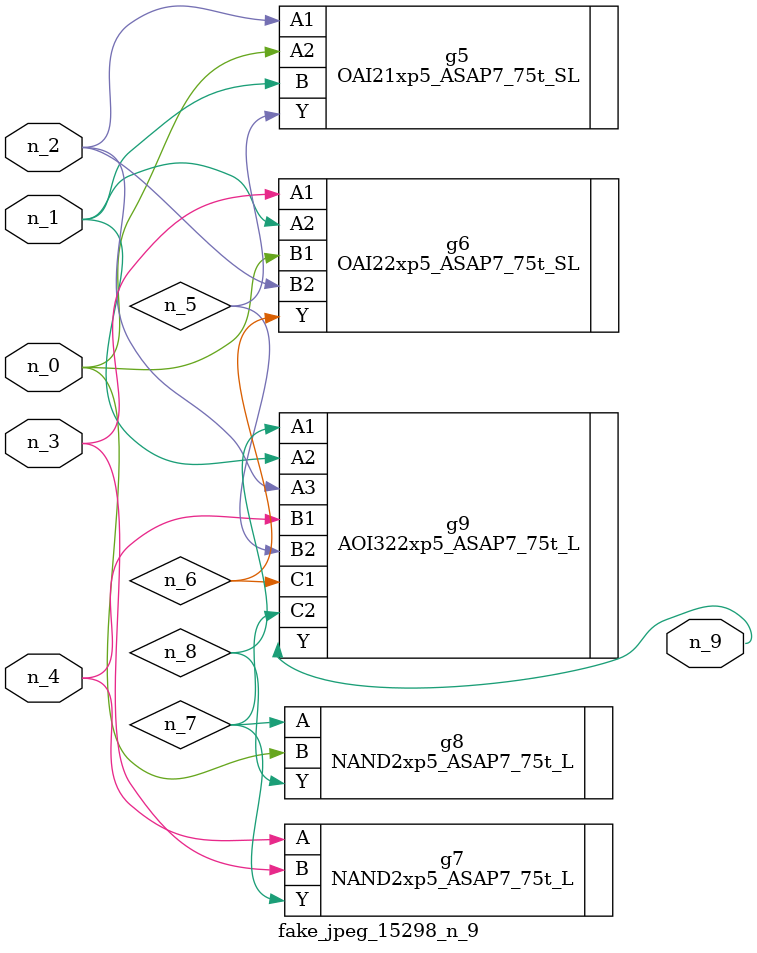
<source format=v>
module fake_jpeg_15298_n_9 (n_3, n_2, n_1, n_0, n_4, n_9);

input n_3;
input n_2;
input n_1;
input n_0;
input n_4;

output n_9;

wire n_8;
wire n_6;
wire n_5;
wire n_7;

OAI21xp5_ASAP7_75t_SL g5 ( 
.A1(n_2),
.A2(n_0),
.B(n_1),
.Y(n_5)
);

OAI22xp5_ASAP7_75t_SL g6 ( 
.A1(n_3),
.A2(n_1),
.B1(n_0),
.B2(n_2),
.Y(n_6)
);

NAND2xp5_ASAP7_75t_L g7 ( 
.A(n_4),
.B(n_3),
.Y(n_7)
);

NAND2xp5_ASAP7_75t_L g8 ( 
.A(n_7),
.B(n_0),
.Y(n_8)
);

AOI322xp5_ASAP7_75t_L g9 ( 
.A1(n_8),
.A2(n_1),
.A3(n_2),
.B1(n_4),
.B2(n_5),
.C1(n_6),
.C2(n_7),
.Y(n_9)
);


endmodule
</source>
